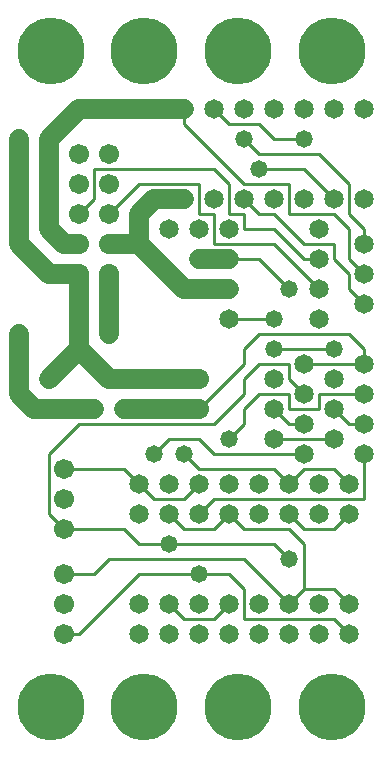
<source format=gbl>
%MOIN*%
%FSLAX25Y25*%
G04 D10 used for Character Trace; *
G04     Circle (OD=.01000) (No hole)*
G04 D11 used for Power Trace; *
G04     Circle (OD=.06500) (No hole)*
G04 D12 used for Signal Trace; *
G04     Circle (OD=.01100) (No hole)*
G04 D13 used for Via; *
G04     Circle (OD=.05800) (Round. Hole ID=.02800)*
G04 D14 used for Component hole; *
G04     Circle (OD=.06500) (Round. Hole ID=.03500)*
G04 D15 used for Component hole; *
G04     Circle (OD=.06700) (Round. Hole ID=.04300)*
G04 D16 used for Component hole; *
G04     Circle (OD=.08100) (Round. Hole ID=.05100)*
G04 D17 used for Component hole; *
G04     Circle (OD=.08900) (Round. Hole ID=.05900)*
G04 D18 used for Component hole; *
G04     Circle (OD=.11300) (Round. Hole ID=.08300)*
G04 D19 used for Component hole; *
G04     Circle (OD=.16000) (Round. Hole ID=.13000)*
G04 D20 used for Component hole; *
G04     Circle (OD=.18300) (Round. Hole ID=.15300)*
G04 D21 used for Component hole; *
G04     Circle (OD=.22291) (Round. Hole ID=.19291)*
%ADD10C,.01000*%
%ADD11C,.06500*%
%ADD12C,.01100*%
%ADD13C,.05800*%
%ADD14C,.06500*%
%ADD15C,.06700*%
%ADD16C,.08100*%
%ADD17C,.08900*%
%ADD18C,.11300*%
%ADD19C,.16000*%
%ADD20C,.18300*%
%ADD21C,.22291*%
%IPPOS*%
%LPD*%
G90*X0Y0D02*D21*X15625Y15625D03*D12*              
X20000Y40000D02*X25000D01*D15*X20000D03*D12*      
X25000D02*X45000Y60000D01*X65000D01*D13*D03*D12*  
X75000D01*X80000Y55000D01*Y45000D01*X110000D01*   
X115000Y40000D01*D14*D03*X105000Y50000D03*        
X115000D03*D12*X110000Y55000D01*X100000D01*       
X95000Y50000D01*D14*D03*D12*X80000Y65000D01*      
X35000D01*X30000Y60000D01*X20000D01*D15*D03*      
Y50000D03*Y75000D03*D12*X40000D01*X45000Y70000D01*
X55000D01*D13*D03*D12*X90000D01*X95000Y65000D01*  
D13*D03*D12*X100000Y55000D02*Y70000D01*D14*       
X85000Y40000D03*X95000D03*D12*X100000Y70000D02*   
X95000Y75000D01*X80000D01*X75000Y80000D01*D14*D03*
D12*X70000Y75000D01*X60000D01*X55000Y80000D01*D14*
D03*D12*X50000Y85000D02*X60000D01*X50000D02*      
X45000Y90000D01*D14*D03*D12*X40000Y95000D01*      
X20000D01*D15*D03*D12*X15000Y80000D02*Y100000D01* 
X20000Y75000D02*X15000Y80000D01*D15*              
X20000Y85000D03*D14*X45000Y50000D03*Y80000D03*D12*
X15000Y100000D02*X25000Y110000D01*X70000D01*      
X80000Y120000D01*Y125000D01*X85000Y130000D01*     
X95000D01*Y125000D01*X100000Y120000D01*D14*D03*   
D12*X95000Y115000D02*X105000D01*X95000D02*        
Y120000D01*X85000D01*X80000Y115000D01*Y110000D01* 
X75000Y105000D01*D13*D03*D12*X70000Y100000D02*    
X100000D01*D14*D03*D12*X95000Y90000D02*           
X100000Y95000D01*D14*X95000Y90000D03*D12*         
X90000Y95000D01*X65000D01*X60000Y100000D01*D13*   
D03*D12*X70000D02*X65000Y105000D01*X55000D01*     
X50000Y100000D01*D13*D03*D14*X55000Y90000D03*D15* 
X65000Y115000D03*D11*X40000D01*D14*D03*X30000D03* 
D11*X15000D01*D14*D03*D11*X10000D01*              
X5000Y120000D01*Y140000D01*D13*D03*D14*           
X15000Y125000D03*D11*X25000Y135000D01*            
X35000Y125000D01*D14*D03*D11*X65000D01*D15*D03*   
D12*Y115000D02*X80000Y130000D01*Y135000D01*       
X85000Y140000D01*X115000D01*X120000Y135000D01*    
Y130000D01*D14*D03*D12*X100000D01*D14*D03*        
X110000Y125000D03*D13*X90000Y135000D03*D12*       
X110000D01*D13*D03*D14*X105000Y145000D03*         
X120000Y150000D03*D12*X115000Y155000D01*          
Y160000D01*X110000Y165000D01*Y170000D01*          
X100000D01*X90000Y180000D01*X85000D01*            
X80000Y185000D01*D14*D03*D12*X75000Y180000D02*    
Y190000D01*Y180000D02*X80000D01*Y175000D01*       
X90000D01*X100000Y165000D01*X105000D01*D14*D03*   
D12*X115000D02*Y175000D01*X120000Y160000D02*      
X115000Y165000D01*D14*X120000Y160000D03*          
Y170000D03*D12*Y175000D01*X115000Y180000D01*      
Y190000D01*X105000Y200000D01*X85000D01*           
X80000Y205000D01*D13*D03*D12*X90000D02*           
X85000Y210000D01*X90000Y205000D02*X100000D01*D13* 
D03*D14*X110000Y215000D03*X90000D03*X100000D03*   
D12*X110000Y185000D02*X100000Y195000D01*D14*      
X110000Y185000D03*D12*X115000Y175000D02*          
X110000Y180000D01*X95000D01*Y190000D01*X80000D01* 
X60000Y210000D01*Y215000D01*D14*D03*D11*X25000D01*
X15000Y205000D01*Y175000D01*X20000Y170000D01*     
X25000D01*D15*D03*X35000Y160000D03*D11*Y140000D01*
D13*D03*D11*X25000Y135000D02*Y160000D01*D15*D03*  
D11*X15000D01*X5000Y170000D01*Y205000D01*D13*D03* 
D15*X25000Y190000D03*Y200000D03*D12*Y180000D02*   
X30000Y185000D01*D15*X25000Y180000D03*D12*        
X30000Y185000D02*Y195000D01*X70000D01*            
X75000Y190000D01*D14*X70000Y185000D03*D12*        
X65000Y180000D02*X70000D01*Y170000D01*X90000D01*  
X105000Y155000D01*D14*D03*D13*X95000D03*D12*      
X85000Y165000D01*X75000D01*D14*D03*D11*X65000D01* 
D14*D03*X75000Y155000D03*D11*X65000D01*D14*D03*   
D11*X60000D01*X45000Y170000D01*X35000D01*D15*D03* 
D11*X45000D02*Y180000D01*D15*X35000D03*D12*       
X45000Y190000D01*X65000D01*Y180000D01*D14*        
X60000Y185000D03*D11*X50000D01*X45000Y180000D01*  
D15*X35000Y190000D03*D14*X55000Y175000D03*        
X65000D03*D15*X35000Y200000D03*D12*               
X75000Y210000D02*X85000D01*D14*X80000Y215000D03*  
D12*X75000Y210000D02*X70000Y215000D01*D14*D03*D21*
X78125Y234375D03*D13*X85000Y195000D03*D12*        
X100000D01*D14*X90000Y185000D03*X100000D03*       
X120000Y215000D03*Y185000D03*X105000Y175000D03*   
X75000D03*D21*X109375Y234375D03*D14*              
X75000Y145000D03*D12*X90000D01*D13*D03*D14*       
Y125000D03*D12*X105000Y115000D02*Y120000D01*D14*  
X100000Y110000D03*D12*X95000D01*X90000Y115000D01* 
D14*D03*Y105000D03*D12*X110000D01*D14*D03*D12*    
X115000Y110000D02*X120000D01*D14*D03*D12*         
X115000D02*X110000Y115000D01*D14*D03*D12*         
X105000Y120000D02*X120000D01*D14*D03*Y100000D03*  
D12*Y85000D01*X70000D01*X65000Y80000D01*D14*D03*  
D12*X60000Y85000D02*X65000Y90000D01*D14*D03*      
X75000D03*X85000Y80000D03*Y90000D03*              
X95000Y80000D03*D12*X100000Y75000D01*X110000D01*  
X115000Y80000D01*D14*D03*X105000Y90000D03*        
X115000D03*D12*X110000Y95000D01*X100000D01*D14*   
X105000Y80000D03*X55000Y50000D03*D12*             
X60000Y45000D01*X70000D01*X75000Y50000D01*D14*D03*
X65000Y40000D03*X85000Y50000D03*X65000D03*        
X75000Y40000D03*X55000D03*X105000D03*X45000D03*   
D21*X109375Y15625D03*X46875D03*X78125D03*         
X46875Y234375D03*X15625D03*M02*                   

</source>
